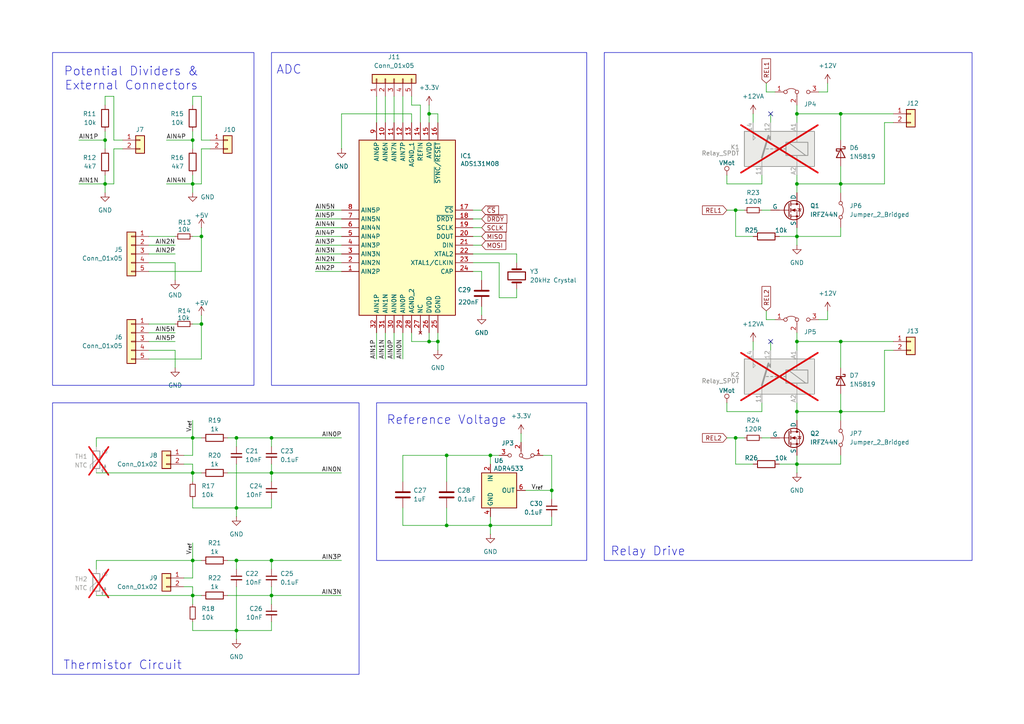
<source format=kicad_sch>
(kicad_sch (version 20231120) (generator "eeschema") (generator_version "8.0")
  (paper "A4")
  (title_block (title "N2k Bus Power") (date "2024-07-06") (rev "3") (company "Johannes Höllwerth") (comment 2 "Sensors and Relays"))
  (lib_symbols
    (symbol "+5V_1" (power) (pin_numbers hide) (pin_names (offset 0) hide)
      (property "Value" "+5V" (at 0 3.556 0))
      (symbol "+5V_1_1_1"
        (pin power_in line (at 0 0 90) (length 0) (name "~") (number "1"))
      )
    )
    (symbol "ADS131M08QPBSRQ1:ADS131M08QPBSRQ1"
      (property "Reference" "IC" (at 34.29 17.78 0))
      (property "Value" "ADS131M08QPBSRQ1" (at 34.29 15.24 0))
      (symbol "ADS131M08QPBSRQ1_1_1"
        (pin passive line (at 0 0 0) (length 5.08) (name "AIN2P") (number "1"))
        (pin passive line (at 12.7 -43.18 90) (length 5.08) (name "AIN6N") (number "10"))
        (pin passive line (at 15.24 -43.18 90) (length 5.08) (name "AIN7N") (number "11"))
        (pin passive line (at 17.78 -43.18 90) (length 5.08) (name "AIN7P") (number "12"))
        (pin passive line (at 20.32 -43.18 90) (length 5.08) (name "AGND_1") (number "13"))
        (pin passive line (at 22.86 -43.18 90) (length 5.08) (name "REFIN") (number "14"))
        (pin passive line (at 25.4 -43.18 90) (length 5.08) (name "AVDD") (number "15"))
        (pin passive line (at 27.94 -43.18 90) (length 5.08) (name "~{SYNC}/~{RESET}") (number "16"))
        (pin passive line (at 38.1 -17.78 180) (length 5.08) (name "~{CS}") (number "17"))
        (pin passive line (at 38.1 -15.24 180) (length 5.08) (name "~{DRDY}") (number "18"))
        (pin passive line (at 38.1 -12.7 180) (length 5.08) (name "SCLK") (number "19"))
        (pin passive line (at 0 -2.54 0) (length 5.08) (name "AIN2N") (number "2"))
        (pin passive line (at 38.1 -10.16 180) (length 5.08) (name "DOUT") (number "20"))
        (pin passive line (at 38.1 -7.62 180) (length 5.08) (name "DIN") (number "21"))
        (pin passive line (at 38.1 -5.08 180) (length 5.08) (name "XTAL2") (number "22"))
        (pin passive line (at 38.1 -2.54 180) (length 5.08) (name "XTAL1/CLKIN") (number "23"))
        (pin passive line (at 38.1 0 180) (length 5.08) (name "CAP") (number "24"))
        (pin passive line (at 27.94 17.78 270) (length 5.08) (name "DGND") (number "25"))
        (pin passive line (at 25.4 17.78 270) (length 5.08) (name "DVDD") (number "26"))
        (pin no_connect line (at 22.86 17.78 270) (length 5.08) (name "NC") (number "27"))
        (pin passive line (at 20.32 17.78 270) (length 5.08) (name "AGND_2") (number "28"))
        (pin passive line (at 17.78 17.78 270) (length 5.08) (name "AIN0P") (number "29"))
        (pin passive line (at 0 -5.08 0) (length 5.08) (name "AIN3N") (number "3"))
        (pin passive line (at 15.24 17.78 270) (length 5.08) (name "AIN0N") (number "30"))
        (pin passive line (at 12.7 17.78 270) (length 5.08) (name "AIN1N") (number "31"))
        (pin passive line (at 10.16 17.78 270) (length 5.08) (name "AIN1P") (number "32"))
        (pin passive line (at 0 -7.62 0) (length 5.08) (name "AIN3P") (number "4"))
        (pin passive line (at 0 -10.16 0) (length 5.08) (name "AIN4P") (number "5"))
        (pin passive line (at 0 -12.7 0) (length 5.08) (name "AIN4N") (number "6"))
        (pin passive line (at 0 -15.24 0) (length 5.08) (name "AIN5N") (number "7"))
        (pin passive line (at 0 -17.78 0) (length 5.08) (name "AIN5P") (number "8"))
        (pin passive line (at 10.16 -43.18 90) (length 5.08) (name "AIN6P") (number "9"))
      )
    )
    (symbol "Connector_Generic:Conn_01x02" (pin_names (offset 1.016) hide)
      (property "Reference" "J" (at 0 2.54 0))
      (property "Value" "Conn_01x02" (at 0 -5.08 0))
      (symbol "Conn_01x02_1_1"
        (pin passive line (at -5.08 0 0) (length 3.81) (name "Pin_1") (number "1"))
        (pin passive line (at -5.08 -2.54 0) (length 3.81) (name "Pin_2") (number "2"))
      )
    )
    (symbol "Connector_Generic:Conn_01x05" (pin_names (offset 1.016) hide)
      (property "Reference" "J" (at 0 7.62 0))
      (property "Value" "Conn_01x05" (at 0 -7.62 0))
      (symbol "Conn_01x05_1_1"
        (pin passive line (at -5.08 5.08 0) (length 3.81) (name "Pin_1") (number "1"))
        (pin passive line (at -5.08 2.54 0) (length 3.81) (name "Pin_2") (number "2"))
        (pin passive line (at -5.08 0 0) (length 3.81) (name "Pin_3") (number "3"))
        (pin passive line (at -5.08 -2.54 0) (length 3.81) (name "Pin_4") (number "4"))
        (pin passive line (at -5.08 -5.08 0) (length 3.81) (name "Pin_5") (number "5"))
      )
    )
    (symbol "Device:C" (pin_numbers hide) (pin_names (offset 0.254))
      (property "Reference" "C" (at 0.635 2.54 0))
      (property "Value" "C" (at 0.635 -2.54 0))
      (symbol "C_1_1"
        (pin passive line (at 0 3.81 270) (length 2.794) (name "~") (number "1"))
        (pin passive line (at 0 -3.81 90) (length 2.794) (name "~") (number "2"))
      )
    )
    (symbol "Device:C_Small" (pin_numbers hide) (pin_names (offset 0.254) hide)
      (property "Reference" "C" (at 0.254 1.778 0))
      (property "Value" "C_Small" (at 0.254 -2.032 0))
      (symbol "C_Small_1_1"
        (pin passive line (at 0 2.54 270) (length 2.032) (name "~") (number "1"))
        (pin passive line (at 0 -2.54 90) (length 2.032) (name "~") (number "2"))
      )
    )
    (symbol "Device:Crystal" (pin_numbers hide) (pin_names (offset 1.016) hide)
      (property "Reference" "Y" (at 0 3.81 0))
      (property "Value" "Crystal" (at 0 -3.81 0))
      (symbol "Crystal_1_1"
        (pin passive line (at -3.81 0 0) (length 1.27) (name "1") (number "1"))
        (pin passive line (at 3.81 0 180) (length 1.27) (name "2") (number "2"))
      )
    )
    (symbol "Device:D_Schottky" (pin_numbers hide) (pin_names (offset 1.016) hide)
      (property "Reference" "D" (at 0 2.54 0))
      (property "Value" "D_Schottky" (at 0 -2.54 0))
      (symbol "D_Schottky_1_1"
        (pin passive line (at -3.81 0 0) (length 2.54) (name "K") (number "1"))
        (pin passive line (at 3.81 0 180) (length 2.54) (name "A") (number "2"))
      )
    )
    (symbol "Device:R" (pin_numbers hide) (pin_names (offset 0))
      (property "Reference" "R" (at 2.032 0 90))
      (property "Value" "R" (at 0 0 90))
      (symbol "R_1_1"
        (pin passive line (at 0 3.81 270) (length 1.27) (name "~") (number "1"))
        (pin passive line (at 0 -3.81 90) (length 1.27) (name "~") (number "2"))
      )
    )
    (symbol "Device:R_Small" (pin_numbers hide) (pin_names (offset 0.254) hide)
      (property "Reference" "R" (at 0.762 0.508 0))
      (property "Value" "R_Small" (at 0.762 -1.016 0))
      (symbol "R_Small_1_1"
        (pin passive line (at 0 2.54 270) (length 0.762) (name "~") (number "1"))
        (pin passive line (at 0 -2.54 90) (length 0.762) (name "~") (number "2"))
      )
    )
    (symbol "Device:Thermistor_NTC" (pin_numbers hide) (pin_names (offset 0))
      (property "Reference" "TH" (at -4.445 0 90))
      (property "Value" "Thermistor_NTC" (at 3.175 0 90))
      (symbol "Thermistor_NTC_1_1"
        (pin passive line (at 0 3.81 270) (length 1.27) (name "~") (number "1"))
        (pin passive line (at 0 -3.81 90) (length 1.27) (name "~") (number "2"))
      )
    )
    (symbol "GND_10" (power) (pin_numbers hide) (pin_names (offset 0) hide)
      (property "Value" "GND" (at 0 -3.81 0))
      (symbol "GND_10_1_1"
        (pin power_in line (at 0 0 270) (length 0) (name "~") (number "1"))
      )
    )
    (symbol "GND_11" (power) (pin_numbers hide) (pin_names (offset 0) hide)
      (property "Value" "GND" (at 0 -3.81 0))
      (symbol "GND_11_1_1"
        (pin power_in line (at 0 0 270) (length 0) (name "~") (number "1"))
      )
    )
    (symbol "GND_12" (power) (pin_numbers hide) (pin_names (offset 0) hide)
      (property "Value" "GND" (at 0 -3.81 0))
      (symbol "GND_12_1_1"
        (pin power_in line (at 0 0 270) (length 0) (name "~") (number "1"))
      )
    )
    (symbol "GND_14" (power) (pin_numbers hide) (pin_names (offset 0) hide)
      (property "Value" "GND" (at 0 -3.81 0))
      (symbol "GND_14_1_1"
        (pin power_in line (at 0 0 270) (length 0) (name "~") (number "1"))
      )
    )
    (symbol "GND_15" (power) (pin_numbers hide) (pin_names (offset 0) hide)
      (property "Value" "GND" (at 0 -3.81 0))
      (symbol "GND_15_1_1"
        (pin power_in line (at 0 0 270) (length 0) (name "~") (number "1"))
      )
    )
    (symbol "GND_5" (power) (pin_numbers hide) (pin_names (offset 0) hide)
      (property "Value" "GND" (at 0 -3.81 0))
      (symbol "GND_5_1_1"
        (pin power_in line (at 0 0 270) (length 0) (name "~") (number "1"))
      )
    )
    (symbol "GND_9" (power) (pin_numbers hide) (pin_names (offset 0) hide)
      (property "Value" "GND" (at 0 -3.81 0))
      (symbol "GND_9_1_1"
        (pin power_in line (at 0 0 270) (length 0) (name "~") (number "1"))
      )
    )
    (symbol "Jumper:Jumper_2_Bridged" (pin_numbers hide) (pin_names (offset 0) hide) (exclude_from_sim yes)
      (property "Reference" "JP" (at 0 1.905 0))
      (property "Value" "Jumper_2_Bridged" (at 0 -2.54 0))
      (symbol "Jumper_2_Bridged_1_1"
        (pin passive line (at -5.08 0 0) (length 2.54) (name "A") (number "1"))
        (pin passive line (at 5.08 0 180) (length 2.54) (name "B") (number "2"))
      )
    )
    (symbol "Jumper_3_Bridged12_1" (pin_names (offset 0) hide) (exclude_from_sim yes) (in_bom no)
      (property "Reference" "JP" (at -2.54 -2.54 0))
      (property "Value" "Jumper_3_Bridged12" (at 0 2.794 0))
      (symbol "Jumper_3_Bridged12_1_1_1"
        (pin passive line (at -6.35 0 0) (length 2.54) (name "A") (number "1"))
        (pin passive line (at 0 -3.81 90) (length 2.54) (name "C") (number "2"))
        (pin passive line (at 6.35 0 180) (length 2.54) (name "B") (number "3"))
      )
    )
    (symbol "MPCNC_Shield_Symbols:VMot" (power) (pin_names (offset 1.016))
      (property "Value" "VMot" (at 0 3.81 0))
      (symbol "VMot_1_1"
        (pin power_in line (at 0 0 90) (length 0) hide (name "VMot") (number "1"))
      )
    )
    (symbol "Reference_Voltage:ADR4533"
      (property "Reference" "U" (at 0 6.35 0))
      (property "Value" "ADR4533" (at 2.54 -6.35 0))
      (symbol "ADR4533_0_0"
        (pin no_connect line (at -5.08 0 0) (length 2.54) hide (name "NC") (number "3"))
        (pin no_connect line (at 5.08 2.54 180) (length 2.54) hide (name "NC") (number "7"))
        (pin no_connect line (at 5.08 -2.54 180) (length 2.54) hide (name "NC") (number "8"))
      )
      (symbol "ADR4533_1_1"
        (pin no_connect line (at -5.08 2.54 0) (length 2.54) hide (name "NC") (number "1"))
        (pin power_in line (at -2.54 7.62 270) (length 2.54) (name "IN") (number "2"))
        (pin power_in line (at -2.54 -7.62 90) (length 2.54) (name "GND") (number "4"))
        (pin no_connect line (at -5.08 -2.54 0) (length 2.54) hide (name "NC") (number "5"))
        (pin power_out line (at 7.62 0 180) (length 2.54) (name "OUT") (number "6"))
      )
    )
    (symbol "Relay:Relay_SPDT"
      (property "Reference" "K" (at 11.43 3.81 0))
      (property "Value" "Relay_SPDT" (at 11.43 1.27 0))
      (symbol "Relay_SPDT_1_1"
        (pin passive line (at 5.08 -7.62 90) (length 2.54) (name "~") (number "11"))
        (pin passive line (at 2.54 7.62 270) (length 2.54) (name "~") (number "12"))
        (pin passive line (at 7.62 7.62 270) (length 2.54) (name "~") (number "14"))
        (pin passive line (at -5.08 7.62 270) (length 2.54) (name "~") (number "A1"))
        (pin passive line (at -5.08 -7.62 90) (length 2.54) (name "~") (number "A2"))
      )
    )
    (symbol "Simulation_SPICE:NMOS" (pin_numbers hide) (pin_names (offset 0))
      (property "Reference" "Q" (at 5.08 1.27 0))
      (property "Value" "NMOS" (at 5.08 -1.27 0))
      (symbol "NMOS_1_1"
        (pin passive line (at 2.54 5.08 270) (length 2.54) (name "D") (number "1"))
        (pin input line (at -5.08 0 0) (length 2.54) (name "G") (number "2"))
        (pin passive line (at 2.54 -5.08 90) (length 2.54) (name "S") (number "3"))
      )
    )
    (symbol "power:+12V" (power) (pin_names (offset 0))
      (property "Value" "+12V" (at 0 3.556 0))
      (symbol "+12V_1_1"
        (pin power_in line (at 0 0 90) (length 0) hide (name "+12V") (number "1"))
      )
    )
    (symbol "power:+12VA" (power) (pin_numbers hide) (pin_names (offset 0) hide)
      (property "Value" "+12VA" (at 0 3.556 0))
      (symbol "+12VA_1_1"
        (pin power_in line (at 0 0 90) (length 0) (name "~") (number "1"))
      )
    )
    (symbol "power:+3.3V" (power) (pin_numbers hide) (pin_names (offset 0) hide)
      (property "Value" "+3.3V" (at 0 3.556 0))
      (symbol "+3.3V_1_1"
        (pin power_in line (at 0 0 90) (length 0) (name "~") (number "1"))
      )
    )
    (symbol "power:GND" (power) (pin_names (offset 0))
      (property "Value" "GND" (at 0 -3.81 0))
      (symbol "GND_1_1"
        (pin power_in line (at 0 0 270) (length 0) hide (name "GND") (number "1"))
      )
    )
  )
  (junction (at 142.24 132.08))
  (junction (at 78.74 137.16))
  (junction (at 78.74 172.72))
  (junction (at 231.14 53.34))
  (junction (at 55.88 40.64))
  (junction (at 55.88 162.56))
  (junction (at 243.84 33.02))
  (junction (at 129.54 152.4))
  (junction (at 55.88 127))
  (junction (at 58.42 68.58))
  (junction (at 55.88 137.16))
  (junction (at 213.36 127))
  (junction (at 30.48 40.64))
  (junction (at 124.46 33.02))
  (junction (at 78.74 162.56))
  (junction (at 231.14 119.38))
  (junction (at 58.42 93.98))
  (junction (at 231.14 99.06))
  (junction (at 213.36 60.96))
  (junction (at 160.02 142.24))
  (junction (at 129.54 132.08))
  (junction (at 78.74 127))
  (junction (at 231.14 33.02))
  (junction (at 30.48 53.34))
  (junction (at 68.58 127))
  (junction (at 142.24 152.4))
  (junction (at 55.88 172.72))
  (junction (at 68.58 182.88))
  (junction (at 243.84 119.38))
  (junction (at 231.14 134.62))
  (junction (at 68.58 147.32))
  (junction (at 55.88 53.34))
  (junction (at 68.58 162.56))
  (junction (at 243.84 53.34))
  (junction (at 243.84 99.06))
  (junction (at 124.46 99.06))
  (junction (at 231.14 68.58))
  (junction (at 127 99.06))
  (no_connect (at 223.52 99.06))
  (no_connect (at 223.52 33.02))
  (wire (pts (xy 30.48 27.94) (xy 30.48 30.48)))
  (wire (pts (xy 137.16 60.96) (xy 139.7 60.96)))
  (wire (pts (xy 213.36 60.96) (xy 215.9 60.96)))
  (wire (pts (xy 149.86 86.36) (xy 144.78 86.36)))
  (wire (pts (xy 43.18 76.2) (xy 50.8 76.2)))
  (wire (pts (xy 27.94 172.72) (xy 55.88 172.72)))
  (wire (pts (xy 30.48 50.8) (xy 30.48 53.34)))
  (wire (pts (xy 220.98 119.38) (xy 210.82 119.38)))
  (wire (pts (xy 243.84 33.02) (xy 231.14 33.02)))
  (wire (pts (xy 33.02 27.94) (xy 30.48 27.94)))
  (wire (pts (xy 58.42 66.04) (xy 58.42 68.58)))
  (wire (pts (xy 55.88 27.94) (xy 58.42 27.94)))
  (wire (pts (xy 78.74 127) (xy 99.06 127)))
  (wire (pts (xy 119.38 33.02) (xy 99.06 33.02)))
  (wire (pts (xy 58.42 53.34) (xy 55.88 53.34)))
  (wire (pts (xy 142.24 132.08) (xy 142.24 134.62)))
  (wire (pts (xy 55.88 121.92) (xy 55.88 127)))
  (wire (pts (xy 30.48 40.64) (xy 30.48 43.18)))
  (wire (pts (xy 78.74 170.18) (xy 78.74 172.72)))
  (wire (pts (xy 114.3 27.94) (xy 114.3 35.56)))
  (wire (pts (xy 231.14 53.34) (xy 231.14 50.8)))
  (wire (pts (xy 55.88 40.64) (xy 55.88 43.18)))
  (wire (pts (xy 58.42 93.98) (xy 55.88 93.98)))
  (wire (pts (xy 68.58 182.88) (xy 68.58 185.42)))
  (wire (pts (xy 30.48 55.88) (xy 30.48 53.34)))
  (wire (pts (xy 66.04 162.56) (xy 68.58 162.56)))
  (wire (pts (xy 160.02 132.08) (xy 160.02 142.24)))
  (wire (pts (xy 218.44 99.06) (xy 218.44 101.6)))
  (wire (pts (xy 111.76 104.14) (xy 111.76 96.52)))
  (wire (pts (xy 119.38 27.94) (xy 119.38 30.48)))
  (wire (pts (xy 124.46 99.06) (xy 127 99.06)))
  (wire (pts (xy 33.02 40.64) (xy 33.02 27.94)))
  (wire (pts (xy 222.25 24.13) (xy 222.25 26.67)))
  (wire (pts (xy 116.84 139.7) (xy 116.84 132.08)))
  (wire (pts (xy 53.34 167.64) (xy 55.88 167.64)))
  (wire (pts (xy 240.03 90.17) (xy 240.03 92.71)))
  (wire (pts (xy 137.16 71.12) (xy 139.7 71.12)))
  (wire (pts (xy 160.02 149.86) (xy 160.02 152.4)))
  (wire (pts (xy 68.58 162.56) (xy 68.58 165.1)))
  (wire (pts (xy 109.22 104.14) (xy 109.22 96.52)))
  (wire (pts (xy 27.94 127) (xy 55.88 127)))
  (wire (pts (xy 149.86 83.82) (xy 149.86 86.36)))
  (wire (pts (xy 43.18 78.74) (xy 58.42 78.74)))
  (wire (pts (xy 55.88 162.56) (xy 58.42 162.56)))
  (wire (pts (xy 55.88 137.16) (xy 58.42 137.16)))
  (wire (pts (xy 78.74 162.56) (xy 99.06 162.56)))
  (wire (pts (xy 55.88 127) (xy 58.42 127)))
  (wire (pts (xy 55.88 137.16) (xy 55.88 139.7)))
  (wire (pts (xy 55.88 38.1) (xy 55.88 40.64)))
  (wire (pts (xy 91.44 71.12) (xy 99.06 71.12)))
  (wire (pts (xy 119.38 96.52) (xy 119.38 99.06)))
  (wire (pts (xy 220.98 116.84) (xy 220.98 119.38)))
  (wire (pts (xy 43.18 96.52) (xy 50.8 96.52)))
  (wire (pts (xy 27.94 129.54) (xy 27.94 127)))
  (wire (pts (xy 43.18 71.12) (xy 50.8 71.12)))
  (wire (pts (xy 226.06 68.58) (xy 231.14 68.58)))
  (wire (pts (xy 68.58 127) (xy 78.74 127)))
  (wire (pts (xy 220.98 60.96) (xy 223.52 60.96)))
  (wire (pts (xy 220.98 50.8) (xy 220.98 53.34)))
  (wire (pts (xy 109.22 27.94) (xy 109.22 35.56)))
  (wire (pts (xy 231.14 68.58) (xy 231.14 66.04)))
  (wire (pts (xy 68.58 162.56) (xy 78.74 162.56)))
  (wire (pts (xy 124.46 30.48) (xy 124.46 33.02)))
  (wire (pts (xy 22.86 53.34) (xy 30.48 53.34)))
  (wire (pts (xy 58.42 40.64) (xy 60.96 40.64)))
  (wire (pts (xy 30.48 38.1) (xy 30.48 40.64)))
  (wire (pts (xy 218.44 33.02) (xy 218.44 35.56)))
  (wire (pts (xy 55.88 68.58) (xy 58.42 68.58)))
  (wire (pts (xy 213.36 127) (xy 215.9 127)))
  (wire (pts (xy 55.88 144.78) (xy 55.88 147.32)))
  (wire (pts (xy 91.44 73.66) (xy 99.06 73.66)))
  (wire (pts (xy 259.08 35.56) (xy 256.54 35.56)))
  (wire (pts (xy 66.04 172.72) (xy 78.74 172.72)))
  (wire (pts (xy 240.03 24.13) (xy 240.03 26.67)))
  (wire (pts (xy 210.82 50.8) (xy 210.82 53.34)))
  (wire (pts (xy 231.14 134.62) (xy 231.14 132.08)))
  (wire (pts (xy 137.16 68.58) (xy 139.7 68.58)))
  (wire (pts (xy 222.25 92.71) (xy 222.25 90.17)))
  (wire (pts (xy 50.8 73.66) (xy 43.18 73.66)))
  (wire (pts (xy 66.04 137.16) (xy 78.74 137.16)))
  (wire (pts (xy 124.46 96.52) (xy 124.46 99.06)))
  (wire (pts (xy 53.34 132.08) (xy 55.88 132.08)))
  (wire (pts (xy 43.18 93.98) (xy 50.8 93.98)))
  (wire (pts (xy 231.14 53.34) (xy 243.84 53.34)))
  (wire (pts (xy 210.82 127) (xy 213.36 127)))
  (wire (pts (xy 55.88 132.08) (xy 55.88 127)))
  (wire (pts (xy 78.74 147.32) (xy 78.74 144.78)))
  (wire (pts (xy 256.54 53.34) (xy 243.84 53.34)))
  (wire (pts (xy 152.4 142.24) (xy 160.02 142.24)))
  (wire (pts (xy 137.16 73.66) (xy 149.86 73.66)))
  (wire (pts (xy 116.84 147.32) (xy 116.84 152.4)))
  (wire (pts (xy 256.54 101.6) (xy 256.54 119.38)))
  (wire (pts (xy 114.3 96.52) (xy 114.3 104.14)))
  (wire (pts (xy 144.78 86.36) (xy 144.78 76.2)))
  (wire (pts (xy 50.8 99.06) (xy 43.18 99.06)))
  (wire (pts (xy 243.84 134.62) (xy 231.14 134.62)))
  (wire (pts (xy 78.74 182.88) (xy 78.74 180.34)))
  (wire (pts (xy 55.88 157.48) (xy 55.88 162.56)))
  (wire (pts (xy 223.52 99.06) (xy 223.52 101.6)))
  (wire (pts (xy 60.96 43.18) (xy 58.42 43.18)))
  (wire (pts (xy 243.84 48.26) (xy 243.84 53.34)))
  (wire (pts (xy 91.44 76.2) (xy 99.06 76.2)))
  (wire (pts (xy 243.84 99.06) (xy 259.08 99.06)))
  (wire (pts (xy 55.88 50.8) (xy 55.88 53.34)))
  (wire (pts (xy 55.88 182.88) (xy 68.58 182.88)))
  (wire (pts (xy 66.04 127) (xy 68.58 127)))
  (wire (pts (xy 50.8 101.6) (xy 50.8 106.68)))
  (wire (pts (xy 27.94 162.56) (xy 55.88 162.56)))
  (wire (pts (xy 243.84 33.02) (xy 259.08 33.02)))
  (wire (pts (xy 210.82 60.96) (xy 213.36 60.96)))
  (wire (pts (xy 231.14 119.38) (xy 231.14 121.92)))
  (wire (pts (xy 231.14 53.34) (xy 231.14 55.88)))
  (wire (pts (xy 142.24 149.86) (xy 142.24 152.4)))
  (wire (pts (xy 116.84 152.4) (xy 129.54 152.4)))
  (wire (pts (xy 223.52 33.02) (xy 223.52 35.56)))
  (wire (pts (xy 213.36 68.58) (xy 218.44 68.58)))
  (wire (pts (xy 157.48 132.08) (xy 160.02 132.08)))
  (wire (pts (xy 27.94 165.1) (xy 27.94 162.56)))
  (wire (pts (xy 243.84 132.08) (xy 243.84 134.62)))
  (wire (pts (xy 91.44 68.58) (xy 99.06 68.58)))
  (wire (pts (xy 33.02 53.34) (xy 30.48 53.34)))
  (wire (pts (xy 22.86 40.64) (xy 30.48 40.64)))
  (wire (pts (xy 55.88 170.18) (xy 55.88 172.72)))
  (wire (pts (xy 48.26 53.34) (xy 55.88 53.34)))
  (wire (pts (xy 78.74 182.88) (xy 68.58 182.88)))
  (wire (pts (xy 142.24 132.08) (xy 144.78 132.08)))
  (wire (pts (xy 48.26 40.64) (xy 55.88 40.64)))
  (wire (pts (xy 127 33.02) (xy 124.46 33.02)))
  (wire (pts (xy 55.88 147.32) (xy 68.58 147.32)))
  (wire (pts (xy 127 99.06) (xy 127 101.6)))
  (wire (pts (xy 139.7 88.9) (xy 139.7 91.44)))
  (wire (pts (xy 78.74 172.72) (xy 78.74 175.26)))
  (wire (pts (xy 256.54 35.56) (xy 256.54 53.34)))
  (wire (pts (xy 68.58 147.32) (xy 68.58 149.86)))
  (wire (pts (xy 139.7 78.74) (xy 139.7 81.28)))
  (wire (pts (xy 231.14 33.02) (xy 231.14 35.56)))
  (wire (pts (xy 55.88 55.88) (xy 55.88 53.34)))
  (wire (pts (xy 220.98 53.34) (xy 210.82 53.34)))
  (wire (pts (xy 50.8 76.2) (xy 50.8 81.28)))
  (wire (pts (xy 149.86 73.66) (xy 149.86 76.2)))
  (wire (pts (xy 160.02 142.24) (xy 160.02 144.78)))
  (wire (pts (xy 213.36 127) (xy 213.36 134.62)))
  (wire (pts (xy 78.74 147.32) (xy 68.58 147.32)))
  (wire (pts (xy 213.36 134.62) (xy 218.44 134.62)))
  (wire (pts (xy 91.44 66.04) (xy 99.06 66.04)))
  (wire (pts (xy 91.44 63.5) (xy 99.06 63.5)))
  (wire (pts (xy 78.74 172.72) (xy 99.06 172.72)))
  (wire (pts (xy 231.14 30.48) (xy 231.14 33.02)))
  (wire (pts (xy 243.84 99.06) (xy 243.84 106.68)))
  (wire (pts (xy 78.74 137.16) (xy 78.74 139.7)))
  (wire (pts (xy 243.84 33.02) (xy 243.84 40.64)))
  (wire (pts (xy 224.79 92.71) (xy 222.25 92.71)))
  (wire (pts (xy 58.42 68.58) (xy 58.42 78.74)))
  (wire (pts (xy 68.58 127) (xy 68.58 129.54)))
  (wire (pts (xy 43.18 101.6) (xy 50.8 101.6)))
  (wire (pts (xy 210.82 116.84) (xy 210.82 119.38)))
  (wire (pts (xy 58.42 91.44) (xy 58.42 93.98)))
  (wire (pts (xy 55.88 167.64) (xy 55.88 162.56)))
  (wire (pts (xy 231.14 137.16) (xy 231.14 134.62)))
  (wire (pts (xy 142.24 152.4) (xy 129.54 152.4)))
  (wire (pts (xy 53.34 134.62) (xy 55.88 134.62)))
  (wire (pts (xy 220.98 127) (xy 223.52 127)))
  (wire (pts (xy 116.84 96.52) (xy 116.84 104.14)))
  (wire (pts (xy 237.49 92.71) (xy 240.03 92.71)))
  (wire (pts (xy 119.38 99.06) (xy 124.46 99.06)))
  (wire (pts (xy 137.16 63.5) (xy 139.7 63.5)))
  (wire (pts (xy 78.74 137.16) (xy 99.06 137.16)))
  (wire (pts (xy 58.42 43.18) (xy 58.42 53.34)))
  (wire (pts (xy 78.74 134.62) (xy 78.74 137.16)))
  (wire (pts (xy 243.84 99.06) (xy 231.14 99.06)))
  (wire (pts (xy 231.14 96.52) (xy 231.14 99.06)))
  (wire (pts (xy 55.88 172.72) (xy 58.42 172.72)))
  (wire (pts (xy 55.88 30.48) (xy 55.88 27.94)))
  (wire (pts (xy 78.74 162.56) (xy 78.74 165.1)))
  (wire (pts (xy 237.49 26.67) (xy 240.03 26.67)))
  (wire (pts (xy 91.44 60.96) (xy 99.06 60.96)))
  (wire (pts (xy 68.58 134.62) (xy 68.58 147.32)))
  (wire (pts (xy 55.88 134.62) (xy 55.88 137.16)))
  (wire (pts (xy 142.24 154.94) (xy 142.24 152.4)))
  (wire (pts (xy 243.84 114.3) (xy 243.84 119.38)))
  (wire (pts (xy 43.18 104.14) (xy 58.42 104.14)))
  (wire (pts (xy 129.54 132.08) (xy 129.54 139.7)))
  (wire (pts (xy 116.84 132.08) (xy 129.54 132.08)))
  (wire (pts (xy 142.24 152.4) (xy 160.02 152.4)))
  (wire (pts (xy 213.36 60.96) (xy 213.36 68.58)))
  (wire (pts (xy 116.84 27.94) (xy 116.84 35.56)))
  (wire (pts (xy 119.38 35.56) (xy 119.38 33.02)))
  (wire (pts (xy 256.54 119.38) (xy 243.84 119.38)))
  (wire (pts (xy 226.06 134.62) (xy 231.14 134.62)))
  (wire (pts (xy 137.16 66.04) (xy 139.7 66.04)))
  (wire (pts (xy 58.42 27.94) (xy 58.42 40.64)))
  (wire (pts (xy 224.79 26.67) (xy 222.25 26.67)))
  (wire (pts (xy 243.84 119.38) (xy 243.84 121.92)))
  (wire (pts (xy 119.38 30.48) (xy 121.92 30.48)))
  (wire (pts (xy 33.02 40.64) (xy 35.56 40.64)))
  (wire (pts (xy 124.46 33.02) (xy 124.46 35.56)))
  (wire (pts (xy 129.54 152.4) (xy 129.54 147.32)))
  (wire (pts (xy 243.84 66.04) (xy 243.84 68.58)))
  (wire (pts (xy 58.42 93.98) (xy 58.42 104.14)))
  (wire (pts (xy 142.24 132.08) (xy 129.54 132.08)))
  (wire (pts (xy 121.92 30.48) (xy 121.92 35.56)))
  (wire (pts (xy 137.16 76.2) (xy 144.78 76.2)))
  (wire (pts (xy 127 96.52) (xy 127 99.06)))
  (wire (pts (xy 231.14 119.38) (xy 231.14 116.84)))
  (wire (pts (xy 243.84 68.58) (xy 231.14 68.58)))
  (wire (pts (xy 68.58 170.18) (xy 68.58 182.88)))
  (wire (pts (xy 259.08 101.6) (xy 256.54 101.6)))
  (wire (pts (xy 55.88 180.34) (xy 55.88 182.88)))
  (wire (pts (xy 53.34 170.18) (xy 55.88 170.18)))
  (wire (pts (xy 231.14 71.12) (xy 231.14 68.58)))
  (wire (pts (xy 27.94 137.16) (xy 55.88 137.16)))
  (wire (pts (xy 99.06 33.02) (xy 99.06 43.18)))
  (wire (pts (xy 50.8 68.58) (xy 43.18 68.58)))
  (wire (pts (xy 55.88 172.72) (xy 55.88 175.26)))
  (wire (pts (xy 33.02 43.18) (xy 35.56 43.18)))
  (wire (pts (xy 231.14 99.06) (xy 231.14 101.6)))
  (wire (pts (xy 91.44 78.74) (xy 99.06 78.74)))
  (wire (pts (xy 151.13 125.73) (xy 151.13 128.27)))
  (wire (pts (xy 137.16 78.74) (xy 139.7 78.74)))
  (wire (pts (xy 127 35.56) (xy 127 33.02)))
  (wire (pts (xy 111.76 27.94) (xy 111.76 35.56)))
  (wire (pts (xy 231.14 119.38) (xy 243.84 119.38)))
  (wire (pts (xy 78.74 127) (xy 78.74 129.54)))
  (wire (pts (xy 243.84 53.34) (xy 243.84 55.88)))
  (wire (pts (xy 33.02 43.18) (xy 33.02 53.34)))
  (rectangle (start 78.74 15.24) (end 170.18 111.76))
  (rectangle (start 15.24 116.84) (end 104.14 195.58))
  (rectangle (start 109.22 116.84) (end 170.18 162.56))
  (rectangle (start 175.26 15.24) (end 281.94 162.56))
  (rectangle (start 15.24 15.24) (end 73.66 111.76))
  (text "Potential Dividers &\nExternal Connectors" (at 38.1 22.86 0) (effects (font (size 2.54 2.54))))
  (text "Reference Voltage" (at 129.54 121.92 0) (effects (font (size 2.54 2.54))))
  (text "Relay Drive" (at 187.96 160.02 0) (effects (font (size 2.54 2.54))))
  (text "Thermistor Circuit" (at 35.56 193.04 0) (effects (font (size 2.54 2.54))))
  (text "ADC\n" (at 83.82 20.32 0) (effects (font (size 2.54 2.54))))
  (label "AIN4P" (at 91.44 68.58 0))
  (label "AIN2N" (at 91.44 76.2 0))
  (label "AIN0P" (at 99.06 127 180))
  (label "V_{ref}" (at 55.88 121.92 270))
  (label "AIN0N" (at 116.84 104.14 90))
  (label "AIN5P" (at 50.8 99.06 180))
  (label "AIN3P" (at 91.44 71.12 0))
  (label "AIN4N" (at 91.44 66.04 0))
  (label "AIN5N" (at 50.8 96.52 180))
  (label "AIN3N" (at 91.44 73.66 0))
  (label "AIN3N" (at 99.06 172.72 180))
  (label "AIN0P" (at 114.3 104.14 90))
  (label "AIN2P" (at 50.8 73.66 180))
  (label "AIN1P" (at 109.22 104.14 90))
  (label "AIN1N" (at 22.86 53.34 0))
  (label "AIN5N" (at 91.44 60.96 0))
  (label "V_{ref}" (at 55.88 157.48 270))
  (label "AIN4P" (at 48.26 40.64 0))
  (label "V_{ref}" (at 157.48 142.24 180))
  (label "AIN2P" (at 91.44 78.74 0))
  (label "AIN5P" (at 91.44 63.5 0))
  (label "AIN2N" (at 50.8 71.12 180))
  (label "AIN1P" (at 22.86 40.64 0))
  (label "AIN0N" (at 99.06 137.16 180))
  (label "AIN4N" (at 48.26 53.34 0))
  (label "AIN3P" (at 99.06 162.56 180))
  (label "AIN1N" (at 111.76 104.14 90))
  (global_label "SCLK" (shape input) (at 139.7 66.04 0) (property "Intersheetrefs" "${INTERSHEET_REFS}" (effects (hide yes))))
  (global_label "MOSI" (shape input) (at 139.7 71.12 0) (property "Intersheetrefs" "${INTERSHEET_REFS}" (effects (hide yes))))
  (global_label "~{CS}" (shape input) (at 139.7 60.96 0) (property "Intersheetrefs" "${INTERSHEET_REFS}" (effects (hide yes))))
  (global_label "REL2" (shape input) (at 210.82 127 180) (property "Intersheetrefs" "${INTERSHEET_REFS}" (effects (hide yes))))
  (global_label "REL1" (shape input) (at 222.25 24.13 90) (property "Intersheetrefs" "${INTERSHEET_REFS}" (effects (hide yes))))
  (global_label "MISO" (shape input) (at 139.7 68.58 0) (property "Intersheetrefs" "${INTERSHEET_REFS}" (effects (hide yes))))
  (global_label "REL1" (shape input) (at 210.82 60.96 180) (property "Intersheetrefs" "${INTERSHEET_REFS}" (effects (hide yes))))
  (global_label "REL2" (shape input) (at 222.25 90.17 90) (property "Intersheetrefs" "${INTERSHEET_REFS}" (effects (hide yes))))
  (global_label "~{DRDY}" (shape input) (at 139.7 63.5 0) (property "Intersheetrefs" "${INTERSHEET_REFS}" (effects (hide yes))))
  (symbol (lib_id "Device:R") (at 62.23 162.56 90) (unit 1)
    (property "Reference" "R21" (at 62.23 157.48 90))
    (property "Value" "1k" (at 62.23 160.02 90))
    (property "Footprint" "Resistor_THT:R_Axial_DIN0207_L6.3mm_D2.5mm_P10.16mm_Horizontal" (effects (hide yes)))
    (property "Description" "Resistor" (effects (hide yes)))
  )
  (symbol (lib_id "power:GND") (at 30.48 55.88 0) (unit 1)
    (property "Reference" "#PWR039" (effects (hide yes)))
    (property "Value" "GND" (at 30.48 60.96 0))
  )
  (symbol (lib_name "Jumper_3_Bridged12_1") (lib_id "Jumper:Jumper_3_Bridged12") (at 231.14 26.67 0) (unit 1) (exclude_from_sim yes) (in_bom no)
    (property "Reference" "JP4" (at 233.172 30.226 0) (effects (justify left)))
    (property "Value" "Jumper_3_Bridged12" (effects (hide yes)))
    (property "Footprint" "Connector_PinHeader_2.54mm:PinHeader_1x03_P2.54mm_Vertical" (effects (hide yes)))
    (property "Description" "Jumper, 3-pole, pins 1+2 closed/bridged" (effects (hide yes)))
  )
  (symbol (lib_id "Device:C") (at 129.54 143.51 0) (unit 1)
    (property "Reference" "C28" (at 132.588 142.24 0) (effects (justify left)))
    (property "Value" "0.1uF" (at 132.588 144.78 0) (effects (justify left)))
    (property "Footprint" "Capacitor_THT:C_Disc_D5.0mm_W2.5mm_P5.00mm" (effects (hide yes)))
    (property "Description" "Unpolarized capacitor" (effects (hide yes)))
  )
  (symbol (lib_id "Device:R_Small") (at 53.34 68.58 270) (mirror x) (unit 1)
    (property "Reference" "R13" (at 51.562 64.516 90) (effects (justify left)))
    (property "Value" "10k" (at 51.562 66.548 90) (effects (justify left)))
    (property "Footprint" "Resistor_THT:R_Axial_DIN0207_L6.3mm_D2.5mm_P10.16mm_Horizontal" (effects (hide yes)))
    (property "Description" "Resistor, small symbol" (effects (hide yes)))
  )
  (symbol (lib_id "Device:R_Small") (at 218.44 127 90) (unit 1)
    (property "Reference" "R24" (at 218.44 121.92 90))
    (property "Value" "120R" (at 218.44 124.46 90))
    (property "Footprint" "Resistor_THT:R_Axial_DIN0207_L6.3mm_D2.5mm_P10.16mm_Horizontal" (effects (hide yes)))
    (property "Description" "Resistor, small symbol" (effects (hide yes)))
  )
  (symbol (lib_id "Device:R") (at 62.23 127 90) (unit 1)
    (property "Reference" "R19" (at 62.23 121.92 90))
    (property "Value" "1k" (at 62.23 124.46 90))
    (property "Footprint" "Resistor_THT:R_Axial_DIN0207_L6.3mm_D2.5mm_P10.16mm_Horizontal" (effects (hide yes)))
    (property "Description" "Resistor" (effects (hide yes)))
  )
  (symbol (lib_id "Connector_Generic:Conn_01x02") (at 48.26 167.64 0) (mirror y) (unit 1)
    (property "Reference" "J9" (at 45.72 167.6399 0) (effects (justify left)))
    (property "Value" "Conn_01x02" (at 45.72 170.1799 0) (effects (justify left)))
    (property "Footprint" "TerminalBlock_Phoenix:TerminalBlock_Phoenix_PT-1,5-2-5.0-H_1x02_P5.00mm_Horizontal" (effects (hide yes)))
    (property "Description" "Generic connector, single row, 01x02, script generated (kicad-library-utils/schlib/autogen/connector/)" (effects (hide yes)))
  )
  (symbol (lib_id "MPCNC_Shield_Symbols:VMot") (at 210.82 116.84 0) (unit 1)
    (property "Reference" "#PWR054" (effects (hide yes)))
    (property "Value" "VMot" (at 210.82 113.284 0))
  )
  (symbol (lib_id "Device:C_Small") (at 68.58 132.08 0) (unit 1)
    (property "Reference" "C21" (at 71.12 130.8162 0) (effects (justify left)))
    (property "Value" "10nF" (at 71.12 133.3562 0) (effects (justify left)))
    (property "Footprint" "Capacitor_THT:C_Disc_D5.0mm_W2.5mm_P5.00mm" (effects (hide yes)))
    (property "Description" "Unpolarized capacitor, small symbol" (effects (hide yes)))
  )
  (symbol (lib_id "Relay:Relay_SPDT") (at 226.06 109.22 0) (mirror y) (unit 1) (in_bom no) (on_board no) (dnp yes)
    (property "Reference" "K2" (at 211.836 108.712 0) (effects (justify right)))
    (property "Value" "Relay_SPDT" (at 203.454 110.49 0) (effects (justify right)))
    (property "Description" "Monostable Relay SPDT, EN50005" (effects (hide yes)))
  )
  (symbol (lib_id "Device:R_Small") (at 55.88 177.8 0) (unit 1)
    (property "Reference" "R18" (at 58.42 176.5299 0) (effects (justify left)))
    (property "Value" "10k" (at 58.42 179.0699 0) (effects (justify left)))
    (property "Footprint" "Resistor_THT:R_Axial_DIN0207_L6.3mm_D2.5mm_P10.16mm_Horizontal" (effects (hide yes)))
    (property "Description" "Resistor, small symbol" (effects (hide yes)))
  )
  (symbol (lib_id "power:+12V") (at 240.03 24.13 0) (unit 1)
    (property "Reference" "#PWR059" (effects (hide yes)))
    (property "Value" "+12V" (at 240.03 19.05 0))
  )
  (symbol (lib_id "Device:C_Small") (at 160.02 147.32 0) (mirror y) (unit 1)
    (property "Reference" "C30" (at 157.48 146.0562 0) (effects (justify left)))
    (property "Value" "0.1uF" (at 157.48 148.5962 0) (effects (justify left)))
    (property "Footprint" "Capacitor_THT:C_Disc_D5.0mm_W2.5mm_P5.00mm" (effects (hide yes)))
    (property "Description" "Unpolarized capacitor, small symbol" (effects (hide yes)))
  )
  (symbol (lib_id "Device:R") (at 222.25 68.58 90) (unit 1)
    (property "Reference" "R25" (at 217.932 66.802 90))
    (property "Value" "10k" (at 226.568 66.802 90))
    (property "Footprint" "Resistor_THT:R_Axial_DIN0207_L6.3mm_D2.5mm_P10.16mm_Horizontal" (effects (hide yes)))
    (property "Description" "Resistor" (effects (hide yes)))
  )
  (symbol (lib_id "Device:R") (at 222.25 134.62 90) (unit 1)
    (property "Reference" "R26" (at 217.932 132.842 90))
    (property "Value" "10k" (at 226.568 132.842 90))
    (property "Footprint" "Resistor_THT:R_Axial_DIN0207_L6.3mm_D2.5mm_P10.16mm_Horizontal" (effects (hide yes)))
    (property "Description" "Resistor" (effects (hide yes)))
  )
  (symbol (lib_id "Device:C_Small") (at 68.58 167.64 0) (unit 1)
    (property "Reference" "C22" (at 71.12 166.3762 0) (effects (justify left)))
    (property "Value" "10nF" (at 71.12 168.9162 0) (effects (justify left)))
    (property "Footprint" "Capacitor_THT:C_Disc_D5.0mm_W2.5mm_P5.00mm" (effects (hide yes)))
    (property "Description" "Unpolarized capacitor, small symbol" (effects (hide yes)))
  )
  (symbol (lib_id "Device:R_Small") (at 218.44 60.96 90) (unit 1)
    (property "Reference" "R23" (at 218.44 55.88 90))
    (property "Value" "120R" (at 218.44 58.42 90))
    (property "Footprint" "Resistor_THT:R_Axial_DIN0207_L6.3mm_D2.5mm_P10.16mm_Horizontal" (effects (hide yes)))
    (property "Description" "Resistor, small symbol" (effects (hide yes)))
  )
  (symbol (lib_id "Device:Thermistor_NTC") (at 27.94 168.91 0) (mirror y) (unit 1) (in_bom no) (on_board no) (dnp yes)
    (property "Reference" "TH2" (at 25.4 167.9574 0) (effects (justify left)))
    (property "Value" "NTC" (at 25.4 170.4974 0) (effects (justify left)))
    (property "Description" "Temperature dependent resistor, negative temperature coefficient" (effects (hide yes)))
  )
  (symbol (lib_name "+5V_1") (lib_id "power:+5V") (at 58.42 91.44 0) (mirror y) (unit 1)
    (property "Reference" "#PWR044" (effects (hide yes)))
    (property "Value" "+5V" (at 58.42 87.884 0))
    (property "Description" "Power symbol creates a global label with name \"+5V\"" (effects (hide yes)))
  )
  (symbol (lib_name "GND_12") (lib_id "power:GND") (at 127 101.6 0) (unit 1)
    (property "Reference" "#PWR049" (effects (hide yes)))
    (property "Value" "GND" (at 127 106.68 0))
    (property "Description" "Power symbol creates a global label with name \"GND\" , ground" (effects (hide yes)))
  )
  (symbol (lib_id "Connector_Generic:Conn_01x05") (at 38.1 99.06 0) (mirror y) (unit 1)
    (property "Reference" "J6" (at 35.56 97.7899 0) (effects (justify left)))
    (property "Value" "Conn_01x05" (at 35.56 100.3299 0) (effects (justify left)))
    (property "Footprint" "TerminalBlock_Phoenix:TerminalBlock_Phoenix_PT-1,5-5-5.0-H_1x05_P5.00mm_Horizontal" (effects (hide yes)))
    (property "Description" "Generic connector, single row, 01x05, script generated (kicad-library-utils/schlib/autogen/connector/)" (effects (hide yes)))
  )
  (symbol (lib_id "power:+12VA") (at 218.44 99.06 0) (unit 1)
    (property "Reference" "#PWR056" (effects (hide yes)))
    (property "Value" "+12VA" (at 218.44 93.98 0))
    (property "Description" "Power symbol creates a global label with name \"+12VA\"" (effects (hide yes)))
  )
  (symbol (lib_id "power:+3.3V") (at 124.46 30.48 0) (unit 1)
    (property "Reference" "#PWR048" (effects (hide yes)))
    (property "Value" "+3.3V" (at 124.46 25.4 0))
    (property "Description" "Power symbol creates a global label with name \"+3.3V\"" (effects (hide yes)))
  )
  (symbol (lib_id "Device:R") (at 30.48 34.29 0) (mirror y) (unit 1)
    (property "Reference" "R11" (at 27.94 33.02 0) (effects (justify left)))
    (property "Value" "10k" (at 27.94 35.56 0) (effects (justify left)))
    (property "Footprint" "Resistor_THT:R_Axial_DIN0207_L6.3mm_D2.5mm_P10.16mm_Horizontal" (effects (hide yes)))
  )
  (symbol (lib_name "GND_9") (lib_id "power:GND") (at 231.14 137.16 0) (unit 1)
    (property "Reference" "#PWR058" (effects (hide yes)))
    (property "Value" "GND" (at 231.14 142.24 0))
    (property "Description" "Power symbol creates a global label with name \"GND\" , ground" (effects (hide yes)))
  )
  (symbol (lib_name "GND_11") (lib_id "power:GND") (at 142.24 154.94 0) (unit 1)
    (property "Reference" "#PWR051" (effects (hide yes)))
    (property "Value" "GND" (at 142.24 160.02 0))
    (property "Description" "Power symbol creates a global label with name \"GND\" , ground" (effects (hide yes)))
  )
  (symbol (lib_id "Device:R") (at 55.88 46.99 0) (mirror y) (unit 1)
    (property "Reference" "R16" (at 53.34 45.7199 0) (effects (justify left)))
    (property "Value" "4k7" (at 53.34 48.2599 0) (effects (justify left)))
    (property "Footprint" "Resistor_THT:R_Axial_DIN0207_L6.3mm_D2.5mm_P10.16mm_Horizontal" (effects (hide yes)))
  )
  (symbol (lib_id "Connector_Generic:Conn_01x05") (at 114.3 22.86 90) (unit 1)
    (property "Reference" "J11" (at 114.3 16.51 90))
    (property "Value" "Conn_01x05" (at 114.3 19.05 90))
    (property "Footprint" "Connector_PinHeader_2.54mm:PinHeader_1x05_P2.54mm_Vertical" (effects (hide yes)))
    (property "Description" "Generic connector, single row, 01x05, script generated (kicad-library-utils/schlib/autogen/connector/)" (effects (hide yes)))
  )
  (symbol (lib_name "GND_5") (lib_id "power:GND") (at 50.8 106.68 0) (mirror y) (unit 1)
    (property "Reference" "#PWR041" (effects (hide yes)))
    (property "Value" "GND" (at 50.8 111.76 0))
    (property "Description" "Power symbol creates a global label with name \"GND\" , ground" (effects (hide yes)))
  )
  (symbol (lib_id "Device:R") (at 62.23 137.16 90) (unit 1)
    (property "Reference" "R20" (at 62.23 132.08 90))
    (property "Value" "1k" (at 62.23 134.62 90))
    (property "Footprint" "Resistor_THT:R_Axial_DIN0207_L6.3mm_D2.5mm_P10.16mm_Horizontal" (effects (hide yes)))
    (property "Description" "Resistor" (effects (hide yes)))
  )
  (symbol (lib_id "Connector_Generic:Conn_01x02") (at 264.16 33.02 0) (unit 1)
    (property "Reference" "J12" (at 262.89 29.972 0) (effects (justify left)))
    (property "Value" "Conn_01x02" (effects (hide yes)))
    (property "Footprint" "TerminalBlock_Phoenix:TerminalBlock_Phoenix_PT-1,5-2-5.0-H_1x02_P5.00mm_Horizontal" (effects (hide yes)))
    (property "Description" "Generic connector, single row, 01x02, script generated (kicad-library-utils/schlib/autogen/connector/)" (effects (hide yes)))
  )
  (symbol (lib_id "Connector_Generic:Conn_01x02") (at 40.64 40.64 0) (unit 1)
    (property "Reference" "J7" (at 39.37 37.592 0) (effects (justify left)))
    (property "Value" "Conn_01x02" (effects (hide yes)))
    (property "Footprint" "TerminalBlock_Phoenix:TerminalBlock_Phoenix_PT-1,5-2-5.0-H_1x02_P5.00mm_Horizontal" (effects (hide yes)))
    (property "Description" "Generic connector, single row, 01x02, script generated (kicad-library-utils/schlib/autogen/connector/)" (effects (hide yes)))
  )
  (symbol (lib_name "Jumper_3_Bridged12_1") (lib_id "Jumper:Jumper_3_Bridged12") (at 151.13 132.08 180) (unit 1) (exclude_from_sim yes) (in_bom no)
    (property "Reference" "JP3" (at 149.098 128.524 0) (effects (justify left)))
    (property "Value" "Jumper_3_Bridged12" (effects (hide yes)))
    (property "Footprint" "Connector_PinHeader_2.54mm:PinHeader_1x03_P2.54mm_Vertical" (effects (hide yes)))
    (property "Description" "Jumper, 3-pole, pins 1+2 closed/bridged" (effects (hide yes)))
  )
  (symbol (lib_id "Device:C_Small") (at 78.74 177.8 0) (mirror y) (unit 1)
    (property "Reference" "C26" (at 76.2 176.5362 0) (effects (justify left)))
    (property "Value" "10nF" (at 76.2 179.0762 0) (effects (justify left)))
    (property "Footprint" "Capacitor_THT:C_Disc_D5.0mm_W2.5mm_P5.00mm" (effects (hide yes)))
    (property "Description" "Unpolarized capacitor, small symbol" (effects (hide yes)))
  )
  (symbol (lib_id "Device:R") (at 30.48 46.99 0) (mirror y) (unit 1)
    (property "Reference" "R12" (at 27.94 45.7199 0) (effects (justify left)))
    (property "Value" "4k7" (at 27.94 48.2599 0) (effects (justify left)))
    (property "Footprint" "Resistor_THT:R_Axial_DIN0207_L6.3mm_D2.5mm_P10.16mm_Horizontal" (effects (hide yes)))
  )
  (symbol (lib_id "power:+12VA") (at 218.44 33.02 0) (unit 1)
    (property "Reference" "#PWR055" (effects (hide yes)))
    (property "Value" "+12VA" (at 218.44 27.94 0))
    (property "Description" "Power symbol creates a global label with name \"+12VA\"" (effects (hide yes)))
  )
  (symbol (lib_id "Simulation_SPICE:NMOS") (at 228.6 127 0) (unit 1)
    (property "Reference" "Q2" (at 234.95 125.73 0) (effects (justify left)))
    (property "Value" "IRFZ44N" (at 234.95 128.27 0) (effects (justify left)))
    (property "Footprint" "Package_TO_SOT_THT:TO-220-3_Vertical" (effects (hide yes)))
    (property "Datasheet" "https://www.infineon.com/dgdl/Infineon-IRFZ44N-DataSheet-v01_01-EN.pdf?fileId=5546d462533600a40153563b3a9f220d" (effects (hide yes)))
    (property "Sim.Device" "NMOS" (effects (hide yes)))
    (property "Sim.Type" "VDMOS" (effects (hide yes)))
    (property "Sim.Pins" "1=D 2=G 3=S" (effects (hide yes)))
  )
  (symbol (lib_name "Jumper_3_Bridged12_1") (lib_id "Jumper:Jumper_3_Bridged12") (at 231.14 92.71 0) (unit 1) (exclude_from_sim yes) (in_bom no)
    (property "Reference" "JP5" (at 233.172 96.266 0) (effects (justify left)))
    (property "Value" "Jumper_3_Bridged12" (effects (hide yes)))
    (property "Footprint" "Connector_PinHeader_2.54mm:PinHeader_1x03_P2.54mm_Vertical" (effects (hide yes)))
    (property "Description" "Jumper, 3-pole, pins 1+2 closed/bridged" (effects (hide yes)))
  )
  (symbol (lib_name "GND_10") (lib_id "power:GND") (at 68.58 149.86 0) (unit 1)
    (property "Reference" "#PWR045" (effects (hide yes)))
    (property "Value" "GND" (at 68.58 154.94 0))
    (property "Description" "Power symbol creates a global label with name \"GND\" , ground" (effects (hide yes)))
  )
  (symbol (lib_id "Device:R_Small") (at 55.88 142.24 0) (unit 1)
    (property "Reference" "R17" (at 58.42 140.9699 0) (effects (justify left)))
    (property "Value" "10k" (at 58.42 143.5099 0) (effects (justify left)))
    (property "Footprint" "Resistor_THT:R_Axial_DIN0207_L6.3mm_D2.5mm_P10.16mm_Horizontal" (effects (hide yes)))
    (property "Description" "Resistor, small symbol" (effects (hide yes)))
  )
  (symbol (lib_id "Device:Crystal") (at 149.86 80.01 90) (unit 1)
    (property "Reference" "Y3" (at 153.67 78.7399 90) (effects (justify right)))
    (property "Value" "20kHz Crystal" (at 153.67 81.2799 90) (effects (justify right)))
    (property "Footprint" "Crystal:Crystal_AT310_D3.0mm_L10.0mm_Horizontal" (effects (hide yes)))
    (property "Description" "Two pin crystal" (effects (hide yes)))
  )
  (symbol (lib_name "GND_9") (lib_id "power:GND") (at 231.14 71.12 0) (unit 1)
    (property "Reference" "#PWR057" (effects (hide yes)))
    (property "Value" "GND" (at 231.14 76.2 0))
    (property "Description" "Power symbol creates a global label with name \"GND\" , ground" (effects (hide yes)))
  )
  (symbol (lib_id "Connector_Generic:Conn_01x02") (at 48.26 132.08 0) (mirror y) (unit 1)
    (property "Reference" "J8" (at 45.72 132.0799 0) (effects (justify left)))
    (property "Value" "Conn_01x02" (at 45.72 134.6199 0) (effects (justify left)))
    (property "Footprint" "TerminalBlock_Phoenix:TerminalBlock_Phoenix_PT-1,5-2-5.0-H_1x02_P5.00mm_Horizontal" (effects (hide yes)))
    (property "Description" "Generic connector, single row, 01x02, script generated (kicad-library-utils/schlib/autogen/connector/)" (effects (hide yes)))
  )
  (symbol (lib_name "+5V_1") (lib_id "power:+5V") (at 58.42 66.04 0) (mirror y) (unit 1)
    (property "Reference" "#PWR043" (effects (hide yes)))
    (property "Value" "+5V" (at 58.42 62.484 0))
    (property "Description" "Power symbol creates a global label with name \"+5V\"" (effects (hide yes)))
  )
  (symbol (lib_id "Device:D_Schottky") (at 243.84 44.45 270) (unit 1)
    (property "Reference" "D6" (at 246.38 42.8624 90) (effects (justify left)))
    (property "Value" "1N5819" (at 246.38 45.4024 90) (effects (justify left)))
    (property "Footprint" "Diode_THT:D_DO-41_SOD81_P10.16mm_Horizontal" (effects (hide yes)))
    (property "Description" "Schottky diode" (effects (hide yes)))
  )
  (symbol (lib_id "ADS131M08QPBSRQ1:ADS131M08QPBSRQ1") (at 99.06 78.74 0) (mirror x) (unit 1)
    (property "Reference" "IC1" (at 135.128 45.212 0))
    (property "Value" "ADS131M08" (at 139.192 47.498 0))
    (property "Footprint" "ADS131M08QPBSRQ1:QFP50P700X700X120-32N" (effects (hide yes)))
    (property "Datasheet" "https://www.ti.com/lit/ds/symlink/ads131m08-q1.pdf?HQS=dis-mous-null-mousermode-dsf-pf-null-wwe&ts=1673864581738&ref_url=https%253A%252F%252Fwww.ti.com%252Fgeneral%252Fdocs%252Fsuppproductinfo.tsp%253FdistId%253D26%2526gotoUrl%253Dhttps%253A%252F%252Fwww." (effects (hide yes)))
    (property "Description" "Analog to Digital Converters - ADC Automotive, eight-channel, 24-bit, 32-kSPS, simultaneous-sampling, delta-sigma ADC" (effects (hide yes)))
    (property "Height" "1.2" (effects (hide yes)))
    (property "Mouser Part Number" "595-ADS131M08QPBSRQ1" (effects (hide yes)))
    (property "Mouser Price/Stock" "https://www.mouser.co.uk/ProductDetail/Texas-Instruments/ADS131M08QPBSRQ1?qs=By6Nw2ByBD1kYCTLuI53zA%3D%3D" (effects (hide yes)))
    (property "Manufacturer_Name" "Texas Instruments" (effects (hide yes)))
    (property "Manufacturer_Part_Number" "ADS131M08QPBSRQ1" (effects (hide yes)))
  )
  (symbol (lib_name "GND_15") (lib_id "power:GND") (at 139.7 91.44 0) (unit 1)
    (property "Reference" "#PWR050" (effects (hide yes)))
    (property "Value" "GND" (at 139.7 96.52 0))
    (property "Description" "Power symbol creates a global label with name \"GND\" , ground" (effects (hide yes)))
  )
  (symbol (lib_id "Connector_Generic:Conn_01x02") (at 264.16 99.06 0) (unit 1)
    (property "Reference" "J13" (at 262.89 96.012 0) (effects (justify left)))
    (property "Value" "Conn_01x02" (effects (hide yes)))
    (property "Footprint" "TerminalBlock_Phoenix:TerminalBlock_Phoenix_PT-1,5-2-5.0-H_1x02_P5.00mm_Horizontal" (effects (hide yes)))
    (property "Description" "Generic connector, single row, 01x02, script generated (kicad-library-utils/schlib/autogen/connector/)" (effects (hide yes)))
  )
  (symbol (lib_id "Relay:Relay_SPDT") (at 226.06 43.18 0) (mirror y) (unit 1) (in_bom no) (on_board no) (dnp yes)
    (property "Reference" "K1" (at 211.836 42.672 0) (effects (justify right)))
    (property "Value" "Relay_SPDT" (at 203.454 44.45 0) (effects (justify right)))
    (property "Description" "Monostable Relay SPDT, EN50005" (effects (hide yes)))
  )
  (symbol (lib_id "Device:R") (at 62.23 172.72 90) (unit 1)
    (property "Reference" "R22" (at 62.23 167.64 90))
    (property "Value" "1k" (at 62.23 170.18 90))
    (property "Footprint" "Resistor_THT:R_Axial_DIN0207_L6.3mm_D2.5mm_P10.16mm_Horizontal" (effects (hide yes)))
    (property "Description" "Resistor" (effects (hide yes)))
  )
  (symbol (lib_name "GND_10") (lib_id "power:GND") (at 68.58 185.42 0) (unit 1)
    (property "Reference" "#PWR046" (effects (hide yes)))
    (property "Value" "GND" (at 68.58 190.5 0))
    (property "Description" "Power symbol creates a global label with name \"GND\" , ground" (effects (hide yes)))
  )
  (symbol (lib_id "Device:D_Schottky") (at 243.84 110.49 270) (unit 1)
    (property "Reference" "D7" (at 246.38 108.9024 90) (effects (justify left)))
    (property "Value" "1N5819" (at 246.38 111.4424 90) (effects (justify left)))
    (property "Footprint" "Diode_THT:D_DO-41_SOD81_P10.16mm_Horizontal" (effects (hide yes)))
    (property "Description" "Schottky diode" (effects (hide yes)))
  )
  (symbol (lib_id "Device:R") (at 55.88 34.29 0) (mirror y) (unit 1)
    (property "Reference" "R15" (at 53.34 33.02 0) (effects (justify left)))
    (property "Value" "10k" (at 53.34 35.56 0) (effects (justify left)))
    (property "Footprint" "Resistor_THT:R_Axial_DIN0207_L6.3mm_D2.5mm_P10.16mm_Horizontal" (effects (hide yes)))
  )
  (symbol (lib_id "Device:Thermistor_NTC") (at 27.94 133.35 0) (mirror y) (unit 1) (in_bom no) (on_board no) (dnp yes)
    (property "Reference" "TH1" (at 25.4 132.3974 0) (effects (justify left)))
    (property "Value" "NTC" (at 25.4 134.9374 0) (effects (justify left)))
    (property "Description" "Temperature dependent resistor, negative temperature coefficient" (effects (hide yes)))
  )
  (symbol (lib_id "Simulation_SPICE:NMOS") (at 228.6 60.96 0) (unit 1)
    (property "Reference" "Q1" (at 234.95 59.69 0) (effects (justify left)))
    (property "Value" "IRFZ44N" (at 234.95 62.23 0) (effects (justify left)))
    (property "Footprint" "Package_TO_SOT_THT:TO-220-3_Vertical" (effects (hide yes)))
    (property "Datasheet" "https://www.infineon.com/dgdl/Infineon-IRFZ44N-DataSheet-v01_01-EN.pdf?fileId=5546d462533600a40153563b3a9f220d" (effects (hide yes)))
    (property "Sim.Device" "NMOS" (effects (hide yes)))
    (property "Sim.Type" "VDMOS" (effects (hide yes)))
    (property "Sim.Pins" "1=D 2=G 3=S" (effects (hide yes)))
  )
  (symbol (lib_id "power:+12V") (at 240.03 90.17 0) (unit 1)
    (property "Reference" "#PWR060" (effects (hide yes)))
    (property "Value" "+12V" (at 240.03 85.09 0))
  )
  (symbol (lib_id "power:+3.3V") (at 151.13 125.73 0) (unit 1)
    (property "Reference" "#PWR052" (effects (hide yes)))
    (property "Value" "+3.3V" (at 151.13 120.65 0))
    (property "Description" "Power symbol creates a global label with name \"+3.3V\"" (effects (hide yes)))
  )
  (symbol (lib_id "Device:C_Small") (at 78.74 142.24 0) (mirror y) (unit 1)
    (property "Reference" "C24" (at 76.2 140.9762 0) (effects (justify left)))
    (property "Value" "10nF" (at 76.2 143.5162 0) (effects (justify left)))
    (property "Footprint" "Capacitor_THT:C_Disc_D5.0mm_W2.5mm_P5.00mm" (effects (hide yes)))
    (property "Description" "Unpolarized capacitor, small symbol" (effects (hide yes)))
  )
  (symbol (lib_id "Jumper:Jumper_2_Bridged") (at 243.84 60.96 270) (unit 1) (exclude_from_sim yes)
    (property "Reference" "JP6" (at 246.38 59.6899 90) (effects (justify left)))
    (property "Value" "Jumper_2_Bridged" (at 246.38 62.2299 90) (effects (justify left)))
    (property "Footprint" "Connector_PinHeader_2.54mm:PinHeader_1x02_P2.54mm_Vertical" (effects (hide yes)))
    (property "Description" "Jumper, 2-pole, closed/bridged" (effects (hide yes)))
  )
  (symbol (lib_id "Connector_Generic:Conn_01x02") (at 66.04 40.64 0) (unit 1)
    (property "Reference" "J10" (at 64.77 37.592 0) (effects (justify left)))
    (property "Value" "Conn_01x02" (effects (hide yes)))
    (property "Footprint" "TerminalBlock_Phoenix:TerminalBlock_Phoenix_PT-1,5-2-5.0-H_1x02_P5.00mm_Horizontal" (effects (hide yes)))
    (property "Description" "Generic connector, single row, 01x02, script generated (kicad-library-utils/schlib/autogen/connector/)" (effects (hide yes)))
  )
  (symbol (lib_name "GND_14") (lib_id "power:GND") (at 99.06 43.18 0) (unit 1)
    (property "Reference" "#PWR047" (effects (hide yes)))
    (property "Value" "GND" (at 99.06 48.26 0))
    (property "Description" "Power symbol creates a global label with name \"GND\" , ground" (effects (hide yes)))
  )
  (symbol (lib_id "Connector_Generic:Conn_01x05") (at 38.1 73.66 0) (mirror y) (unit 1)
    (property "Reference" "J5" (at 35.56 72.3899 0) (effects (justify left)))
    (property "Value" "Conn_01x05" (at 35.56 74.9299 0) (effects (justify left)))
    (property "Footprint" "TerminalBlock_Phoenix:TerminalBlock_Phoenix_PT-1,5-5-5.0-H_1x05_P5.00mm_Horizontal" (effects (hide yes)))
    (property "Description" "Generic connector, single row, 01x05, script generated (kicad-library-utils/schlib/autogen/connector/)" (effects (hide yes)))
  )
  (symbol (lib_id "Device:R_Small") (at 53.34 93.98 90) (mirror x) (unit 1)
    (property "Reference" "R14" (at 55.372 90.17 90) (effects (justify left)))
    (property "Value" "10k" (at 55.118 92.202 90) (effects (justify left)))
    (property "Footprint" "Resistor_THT:R_Axial_DIN0207_L6.3mm_D2.5mm_P10.16mm_Horizontal" (effects (hide yes)))
    (property "Description" "Resistor, small symbol" (effects (hide yes)))
  )
  (symbol (lib_id "Device:C_Small") (at 78.74 132.08 0) (unit 1)
    (property "Reference" "C23" (at 81.28 130.8162 0) (effects (justify left)))
    (property "Value" "0.1uF" (at 81.28 133.3562 0) (effects (justify left)))
    (property "Footprint" "Capacitor_THT:C_Disc_D5.0mm_W2.5mm_P5.00mm" (effects (hide yes)))
    (property "Description" "Unpolarized capacitor, small symbol" (effects (hide yes)))
  )
  (symbol (lib_id "Reference_Voltage:ADR4533") (at 144.78 142.24 0) (unit 1)
    (property "Reference" "U6" (at 146.05 133.604 0) (effects (justify right)))
    (property "Value" "ADR4533" (at 151.892 135.8899 0) (effects (justify right)))
    (property "Footprint" "Package_SO:SOIC-8_3.9x4.9mm_P1.27mm" (effects (hide yes)))
    (property "Datasheet" "https://www.analog.com/media/en/technical-documentation/data-sheets/ADR4520_4525_4530_4533_4540_4550.pdf" (effects (hide yes)))
    (property "Description" "3.3V,  Ultralow Noise, High Accuracy Voltage Reference, SOIC-8" (effects (hide yes)))
  )
  (symbol (lib_id "power:GND") (at 55.88 55.88 0) (unit 1)
    (property "Reference" "#PWR042" (effects (hide yes)))
    (property "Value" "GND" (at 60.198 57.15 0))
  )
  (symbol (lib_id "Device:C_Small") (at 78.74 167.64 0) (unit 1)
    (property "Reference" "C25" (at 81.28 166.3762 0) (effects (justify left)))
    (property "Value" "0.1uF" (at 81.28 168.9162 0) (effects (justify left)))
    (property "Footprint" "Capacitor_THT:C_Disc_D5.0mm_W2.5mm_P5.00mm" (effects (hide yes)))
    (property "Description" "Unpolarized capacitor, small symbol" (effects (hide yes)))
  )
  (symbol (lib_id "MPCNC_Shield_Symbols:VMot") (at 210.82 50.8 0) (unit 1)
    (property "Reference" "#PWR053" (effects (hide yes)))
    (property "Value" "VMot" (at 210.82 47.244 0))
  )
  (symbol (lib_id "Device:C") (at 139.7 85.09 0) (mirror y) (unit 1)
    (property "Reference" "C29" (at 136.652 84.074 0) (effects (justify left)))
    (property "Value" "220nF" (at 138.938 87.63 0) (effects (justify left)))
    (property "Footprint" "Capacitor_THT:C_Disc_D5.0mm_W2.5mm_P5.00mm" (effects (hide yes)))
    (property "Description" "Unpolarized capacitor" (effects (hide yes)))
  )
  (symbol (lib_id "Device:C") (at 116.84 143.51 0) (unit 1)
    (property "Reference" "C27" (at 119.888 142.24 0) (effects (justify left)))
    (property "Value" "1uF" (at 119.888 144.78 0) (effects (justify left)))
    (property "Footprint" "Capacitor_THT:C_Disc_D5.0mm_W2.5mm_P5.00mm" (effects (hide yes)))
    (property "Description" "Unpolarized capacitor" (effects (hide yes)))
  )
  (symbol (lib_id "Jumper:Jumper_2_Bridged") (at 243.84 127 270) (unit 1) (exclude_from_sim yes)
    (property "Reference" "JP7" (at 246.38 125.7299 90) (effects (justify left)))
    (property "Value" "Jumper_2_Bridged" (at 246.38 128.2699 90) (effects (justify left)))
    (property "Footprint" "Connector_PinHeader_2.54mm:PinHeader_1x02_P2.54mm_Vertical" (effects (hide yes)))
    (property "Description" "Jumper, 2-pole, closed/bridged" (effects (hide yes)))
  )
  (symbol (lib_name "GND_5") (lib_id "power:GND") (at 50.8 81.28 0) (mirror y) (unit 1)
    (property "Reference" "#PWR040" (effects (hide yes)))
    (property "Value" "GND" (at 50.8 85.598 0))
    (property "Description" "Power symbol creates a global label with name \"GND\" , ground" (effects (hide yes)))
  )
)
</source>
